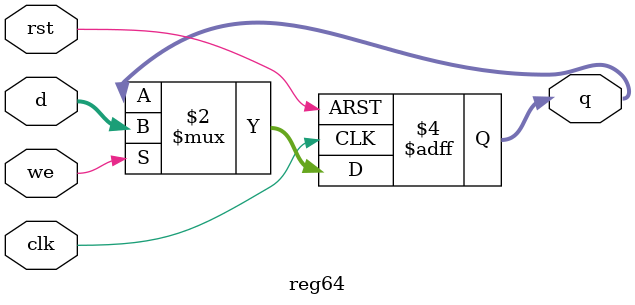
<source format=v>
module reg64 (
    input         clk,
    input         rst,
    input         we,
    input  [63:0] d,
    output reg [63:0] q
);
    always @(posedge clk or posedge rst) begin
        if (rst)
            q <= 64'd0;
        else if (we)
            q <= d;
    end
endmodule
</source>
